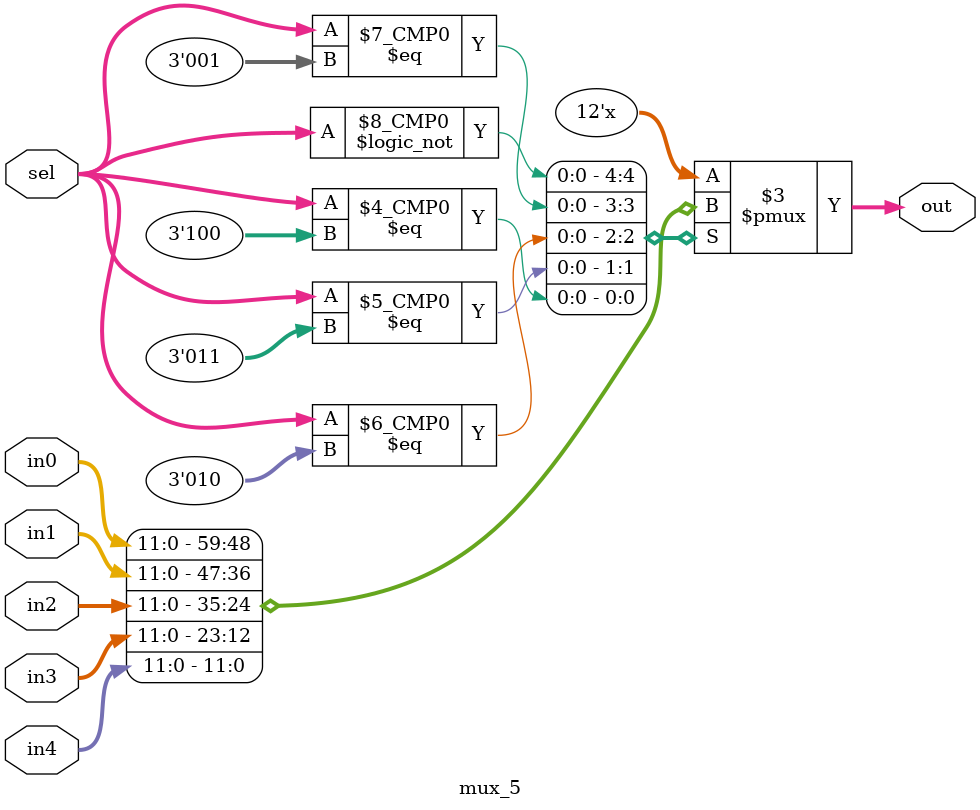
<source format=v>
`timescale 1ns/100ps
/*
 Filename      : mux_5.v
 Author        : Liam Crowley
 Created       : Wed Nov  1 08:28:35 2023
 INPUTS        : in0
 in1
 in2
 in3
 in4
 OUTPUTS       : out
 PARAMETERS    : m (width of input)

 Description   : 5 input paramterized mux
 */

module mux_5 #(parameter m = 12)(/*AUTOARG*/
                                 // Outputs
                                 out,
                                 // Inputs
                                 in0, in1, in2, in3, in4, sel
                                 ) ;
    input  [m-1:0] in0, in1, in2, in3, in4;
    input [2:0]    sel;
    output [m-1:0] out;
    reg            out;
    always @ ( /*AUTOSENSE*/in0 or in1 or in2 or in3 or in4 or sel) begin
        case (sel) 
	      3'b000: begin
	          out = in0;
       	  end
	      3'b001: begin
	          out = in1;
       	  end
	      3'b010: begin
	          out = in2;
          end
	      3'b011: begin
	          out = in3;
       	  end
	      3'b100: begin
	          out = in4;
	      end
	      /*
	       * 3'b101: begin
	       
	end
	       */
	      default: begin
	          
	      end
        endcase
	    
    end
    
endmodule // mux_5

</source>
